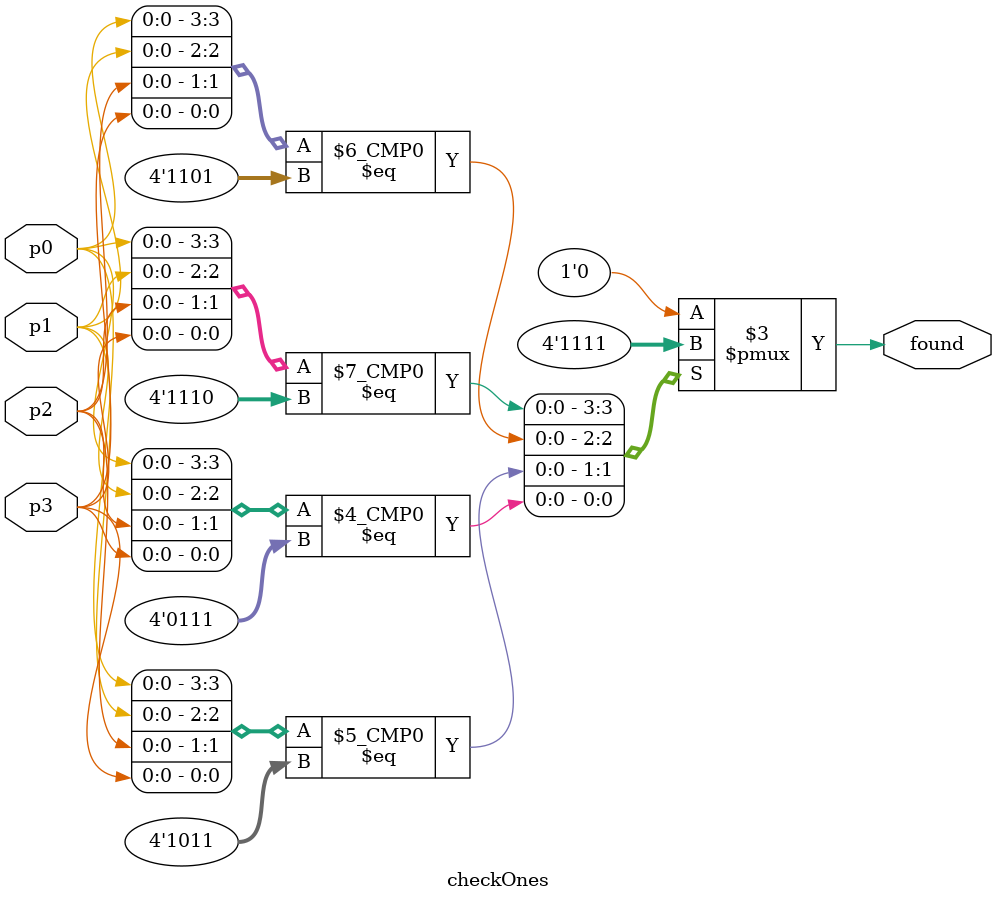
<source format=v>
module checkOnes(input p0, p1, p2, p3, output reg found);
    always @(*)begin
        case({p0, p1, p2, p3})
            4'b1110: found = 1'b1;  
            4'b1101: found = 1'b1;
            4'b1011: found = 1'b1;
            4'b0111: found = 1'b1;
            default: found = 1'b0;  
        endcase
    end
endmodule

</source>
